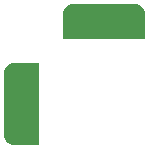
<source format=gm1>
G04*
G04 #@! TF.GenerationSoftware,Altium Limited,Altium Designer,26.1.1 (7)*
G04*
G04 Layer_Color=16711935*
%FSLAX44Y44*%
%MOMM*%
G71*
G04*
G04 #@! TF.SameCoordinates,19F55A8F-7ED3-41BE-818A-23436E24027B*
G04*
G04*
G04 #@! TF.FilePolarity,Positive*
G04*
G01*
G75*
G36*
X30000Y0D02*
X10000Y0D01*
X9015Y0D01*
X7083Y384D01*
X5263Y1138D01*
X3625Y2232D01*
X2233Y3625D01*
X1138Y5263D01*
X384Y7083D01*
X0Y9015D01*
Y10000D01*
Y10000D01*
Y60000D01*
Y60985D01*
X384Y62917D01*
X1138Y64737D01*
X2233Y66375D01*
X3625Y67767D01*
X5263Y68862D01*
X7083Y69616D01*
X9015Y70000D01*
X10000D01*
X10000Y70000D01*
X30000Y70000D01*
Y0D01*
D02*
G37*
G36*
X112917Y119616D02*
X114737Y118862D01*
X116375Y117767D01*
X117767Y116375D01*
X118862Y114737D01*
X119615Y112917D01*
X120000Y110985D01*
X120000Y110000D01*
X120000Y110000D01*
X120000Y90000D01*
X50000D01*
Y110000D01*
X50000Y110985D01*
X50384Y112917D01*
X51138Y114737D01*
X52232Y116375D01*
X53625Y117767D01*
X55263Y118862D01*
X57083Y119616D01*
X59015Y120000D01*
X60000D01*
X110000Y120000D01*
X110985D01*
X112917Y119616D01*
D02*
G37*
M02*

</source>
